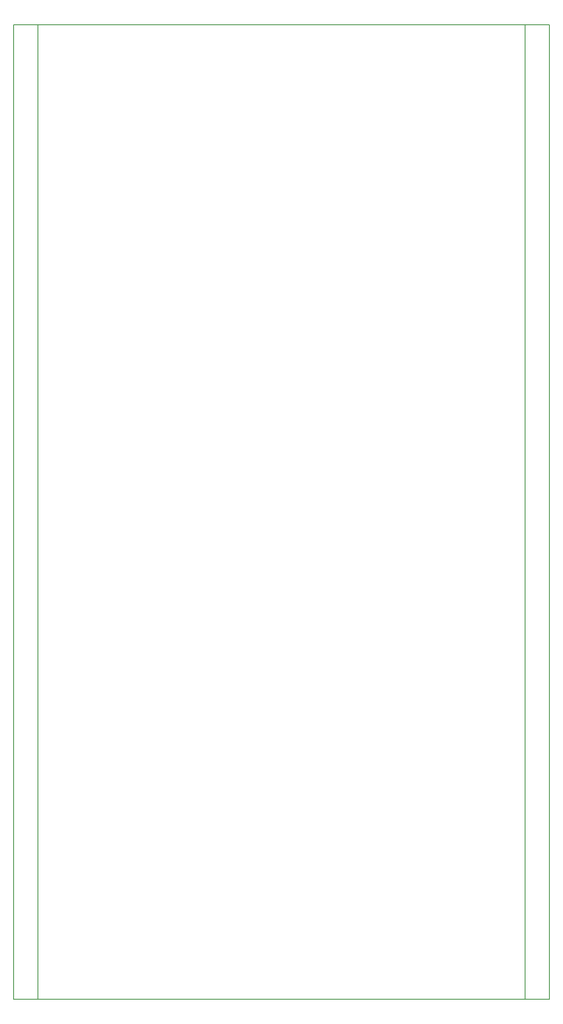
<source format=gko>
G04 Layer_Color=16711935*
%FSLAX44Y44*%
%MOMM*%
G71*
G01*
G75*
%ADD95C,0.1500*%
D95*
X-295000Y-175000D02*
X705000Y-175000D01*
Y1825000D01*
X-295000Y-175000D02*
Y1825000D01*
X705000D01*
X755000Y1825000D01*
Y-175000D02*
Y1825000D01*
X705000Y-175000D02*
X755000Y-175000D01*
X-345000Y1825000D02*
X-295000Y1825000D01*
X-345000Y-175000D02*
Y1825000D01*
Y-175000D02*
X-295000Y-175000D01*
M02*

</source>
